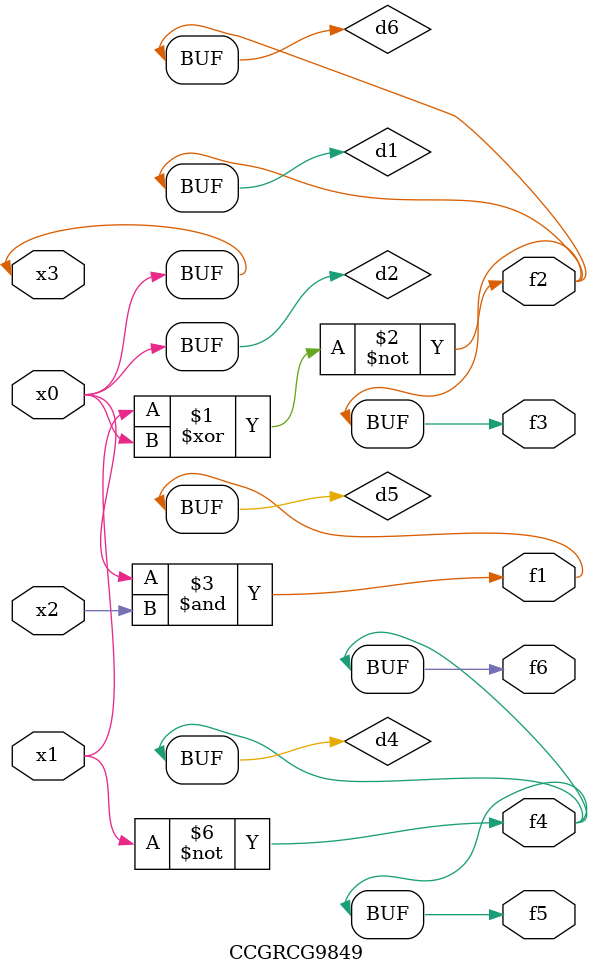
<source format=v>
module CCGRCG9849(
	input x0, x1, x2, x3,
	output f1, f2, f3, f4, f5, f6
);

	wire d1, d2, d3, d4, d5, d6;

	xnor (d1, x1, x3);
	buf (d2, x0, x3);
	nand (d3, x0, x2);
	not (d4, x1);
	nand (d5, d3);
	or (d6, d1);
	assign f1 = d5;
	assign f2 = d6;
	assign f3 = d6;
	assign f4 = d4;
	assign f5 = d4;
	assign f6 = d4;
endmodule

</source>
